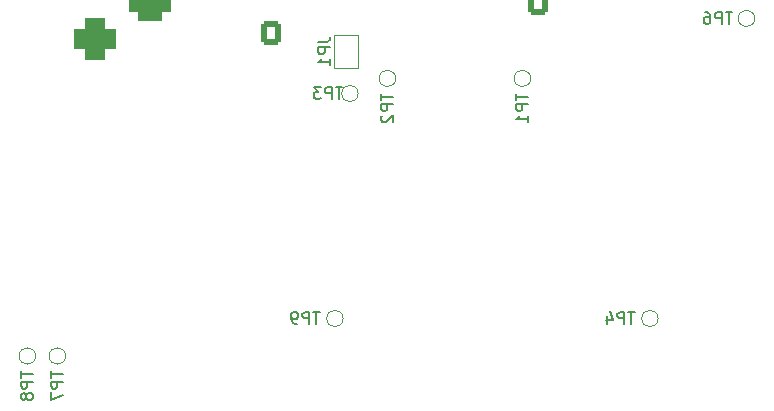
<source format=gbr>
%TF.GenerationSoftware,KiCad,Pcbnew,8.0.1*%
%TF.CreationDate,2024-09-06T12:01:45+09:00*%
%TF.ProjectId,raspcat,72617370-6361-4742-9e6b-696361645f70,rev?*%
%TF.SameCoordinates,Original*%
%TF.FileFunction,Legend,Bot*%
%TF.FilePolarity,Positive*%
%FSLAX46Y46*%
G04 Gerber Fmt 4.6, Leading zero omitted, Abs format (unit mm)*
G04 Created by KiCad (PCBNEW 8.0.1) date 2024-09-06 12:01:45*
%MOMM*%
%LPD*%
G01*
G04 APERTURE LIST*
G04 Aperture macros list*
%AMRoundRect*
0 Rectangle with rounded corners*
0 $1 Rounding radius*
0 $2 $3 $4 $5 $6 $7 $8 $9 X,Y pos of 4 corners*
0 Add a 4 corners polygon primitive as box body*
4,1,4,$2,$3,$4,$5,$6,$7,$8,$9,$2,$3,0*
0 Add four circle primitives for the rounded corners*
1,1,$1+$1,$2,$3*
1,1,$1+$1,$4,$5*
1,1,$1+$1,$6,$7*
1,1,$1+$1,$8,$9*
0 Add four rect primitives between the rounded corners*
20,1,$1+$1,$2,$3,$4,$5,0*
20,1,$1+$1,$4,$5,$6,$7,0*
20,1,$1+$1,$6,$7,$8,$9,0*
20,1,$1+$1,$8,$9,$2,$3,0*%
G04 Aperture macros list end*
%ADD10C,0.150000*%
%ADD11C,0.120000*%
%ADD12R,3.500000X3.500000*%
%ADD13RoundRect,0.750000X-1.000000X0.750000X-1.000000X-0.750000X1.000000X-0.750000X1.000000X0.750000X0*%
%ADD14RoundRect,0.875000X-0.875000X0.875000X-0.875000X-0.875000X0.875000X-0.875000X0.875000X0.875000X0*%
%ADD15RoundRect,0.250000X0.600000X0.750000X-0.600000X0.750000X-0.600000X-0.750000X0.600000X-0.750000X0*%
%ADD16O,1.700000X2.000000*%
%ADD17RoundRect,0.250000X0.600000X0.725000X-0.600000X0.725000X-0.600000X-0.725000X0.600000X-0.725000X0*%
%ADD18O,1.700000X1.950000*%
%ADD19RoundRect,0.250000X0.725000X-0.600000X0.725000X0.600000X-0.725000X0.600000X-0.725000X-0.600000X0*%
%ADD20O,1.950000X1.700000*%
%ADD21R,1.500000X2.300000*%
%ADD22O,1.500000X2.300000*%
%ADD23C,3.200000*%
%ADD24RoundRect,0.250000X-0.600000X-0.725000X0.600000X-0.725000X0.600000X0.725000X-0.600000X0.725000X0*%
%ADD25R,1.600000X1.600000*%
%ADD26C,1.600000*%
%ADD27C,2.300000*%
%ADD28R,1.600000X2.400000*%
%ADD29O,1.600000X2.400000*%
%ADD30O,1.700000X1.700000*%
%ADD31R,1.700000X1.700000*%
%ADD32RoundRect,0.250000X-0.600000X-0.750000X0.600000X-0.750000X0.600000X0.750000X-0.600000X0.750000X0*%
%ADD33C,1.000000*%
%ADD34R,1.500000X1.000000*%
G04 APERTURE END LIST*
D10*
X44314819Y54111905D02*
X44314819Y53540477D01*
X45314819Y53826191D02*
X44314819Y53826191D01*
X45314819Y53207143D02*
X44314819Y53207143D01*
X44314819Y53207143D02*
X44314819Y52826191D01*
X44314819Y52826191D02*
X44362438Y52730953D01*
X44362438Y52730953D02*
X44410057Y52683334D01*
X44410057Y52683334D02*
X44505295Y52635715D01*
X44505295Y52635715D02*
X44648152Y52635715D01*
X44648152Y52635715D02*
X44743390Y52683334D01*
X44743390Y52683334D02*
X44791009Y52730953D01*
X44791009Y52730953D02*
X44838628Y52826191D01*
X44838628Y52826191D02*
X44838628Y53207143D01*
X45314819Y51683334D02*
X45314819Y52254762D01*
X45314819Y51969048D02*
X44314819Y51969048D01*
X44314819Y51969048D02*
X44457676Y52064286D01*
X44457676Y52064286D02*
X44552914Y52159524D01*
X44552914Y52159524D02*
X44600533Y52254762D01*
X2404819Y30616905D02*
X2404819Y30045477D01*
X3404819Y30331191D02*
X2404819Y30331191D01*
X3404819Y29712143D02*
X2404819Y29712143D01*
X2404819Y29712143D02*
X2404819Y29331191D01*
X2404819Y29331191D02*
X2452438Y29235953D01*
X2452438Y29235953D02*
X2500057Y29188334D01*
X2500057Y29188334D02*
X2595295Y29140715D01*
X2595295Y29140715D02*
X2738152Y29140715D01*
X2738152Y29140715D02*
X2833390Y29188334D01*
X2833390Y29188334D02*
X2881009Y29235953D01*
X2881009Y29235953D02*
X2928628Y29331191D01*
X2928628Y29331191D02*
X2928628Y29712143D01*
X2833390Y28569286D02*
X2785771Y28664524D01*
X2785771Y28664524D02*
X2738152Y28712143D01*
X2738152Y28712143D02*
X2642914Y28759762D01*
X2642914Y28759762D02*
X2595295Y28759762D01*
X2595295Y28759762D02*
X2500057Y28712143D01*
X2500057Y28712143D02*
X2452438Y28664524D01*
X2452438Y28664524D02*
X2404819Y28569286D01*
X2404819Y28569286D02*
X2404819Y28378810D01*
X2404819Y28378810D02*
X2452438Y28283572D01*
X2452438Y28283572D02*
X2500057Y28235953D01*
X2500057Y28235953D02*
X2595295Y28188334D01*
X2595295Y28188334D02*
X2642914Y28188334D01*
X2642914Y28188334D02*
X2738152Y28235953D01*
X2738152Y28235953D02*
X2785771Y28283572D01*
X2785771Y28283572D02*
X2833390Y28378810D01*
X2833390Y28378810D02*
X2833390Y28569286D01*
X2833390Y28569286D02*
X2881009Y28664524D01*
X2881009Y28664524D02*
X2928628Y28712143D01*
X2928628Y28712143D02*
X3023866Y28759762D01*
X3023866Y28759762D02*
X3214342Y28759762D01*
X3214342Y28759762D02*
X3309580Y28712143D01*
X3309580Y28712143D02*
X3357200Y28664524D01*
X3357200Y28664524D02*
X3404819Y28569286D01*
X3404819Y28569286D02*
X3404819Y28378810D01*
X3404819Y28378810D02*
X3357200Y28283572D01*
X3357200Y28283572D02*
X3309580Y28235953D01*
X3309580Y28235953D02*
X3214342Y28188334D01*
X3214342Y28188334D02*
X3023866Y28188334D01*
X3023866Y28188334D02*
X2928628Y28235953D01*
X2928628Y28235953D02*
X2881009Y28283572D01*
X2881009Y28283572D02*
X2833390Y28378810D01*
X29611904Y54665181D02*
X29040476Y54665181D01*
X29326190Y53665181D02*
X29326190Y54665181D01*
X28707142Y53665181D02*
X28707142Y54665181D01*
X28707142Y54665181D02*
X28326190Y54665181D01*
X28326190Y54665181D02*
X28230952Y54617562D01*
X28230952Y54617562D02*
X28183333Y54569943D01*
X28183333Y54569943D02*
X28135714Y54474705D01*
X28135714Y54474705D02*
X28135714Y54331848D01*
X28135714Y54331848D02*
X28183333Y54236610D01*
X28183333Y54236610D02*
X28230952Y54188991D01*
X28230952Y54188991D02*
X28326190Y54141372D01*
X28326190Y54141372D02*
X28707142Y54141372D01*
X27802380Y54665181D02*
X27183333Y54665181D01*
X27183333Y54665181D02*
X27516666Y54284229D01*
X27516666Y54284229D02*
X27373809Y54284229D01*
X27373809Y54284229D02*
X27278571Y54236610D01*
X27278571Y54236610D02*
X27230952Y54188991D01*
X27230952Y54188991D02*
X27183333Y54093753D01*
X27183333Y54093753D02*
X27183333Y53855658D01*
X27183333Y53855658D02*
X27230952Y53760420D01*
X27230952Y53760420D02*
X27278571Y53712800D01*
X27278571Y53712800D02*
X27373809Y53665181D01*
X27373809Y53665181D02*
X27659523Y53665181D01*
X27659523Y53665181D02*
X27754761Y53712800D01*
X27754761Y53712800D02*
X27802380Y53760420D01*
X4944819Y30616905D02*
X4944819Y30045477D01*
X5944819Y30331191D02*
X4944819Y30331191D01*
X5944819Y29712143D02*
X4944819Y29712143D01*
X4944819Y29712143D02*
X4944819Y29331191D01*
X4944819Y29331191D02*
X4992438Y29235953D01*
X4992438Y29235953D02*
X5040057Y29188334D01*
X5040057Y29188334D02*
X5135295Y29140715D01*
X5135295Y29140715D02*
X5278152Y29140715D01*
X5278152Y29140715D02*
X5373390Y29188334D01*
X5373390Y29188334D02*
X5421009Y29235953D01*
X5421009Y29235953D02*
X5468628Y29331191D01*
X5468628Y29331191D02*
X5468628Y29712143D01*
X4944819Y28807381D02*
X4944819Y28140715D01*
X4944819Y28140715D02*
X5944819Y28569286D01*
X62631904Y61015181D02*
X62060476Y61015181D01*
X62346190Y60015181D02*
X62346190Y61015181D01*
X61727142Y60015181D02*
X61727142Y61015181D01*
X61727142Y61015181D02*
X61346190Y61015181D01*
X61346190Y61015181D02*
X61250952Y60967562D01*
X61250952Y60967562D02*
X61203333Y60919943D01*
X61203333Y60919943D02*
X61155714Y60824705D01*
X61155714Y60824705D02*
X61155714Y60681848D01*
X61155714Y60681848D02*
X61203333Y60586610D01*
X61203333Y60586610D02*
X61250952Y60538991D01*
X61250952Y60538991D02*
X61346190Y60491372D01*
X61346190Y60491372D02*
X61727142Y60491372D01*
X60298571Y61015181D02*
X60489047Y61015181D01*
X60489047Y61015181D02*
X60584285Y60967562D01*
X60584285Y60967562D02*
X60631904Y60919943D01*
X60631904Y60919943D02*
X60727142Y60777086D01*
X60727142Y60777086D02*
X60774761Y60586610D01*
X60774761Y60586610D02*
X60774761Y60205658D01*
X60774761Y60205658D02*
X60727142Y60110420D01*
X60727142Y60110420D02*
X60679523Y60062800D01*
X60679523Y60062800D02*
X60584285Y60015181D01*
X60584285Y60015181D02*
X60393809Y60015181D01*
X60393809Y60015181D02*
X60298571Y60062800D01*
X60298571Y60062800D02*
X60250952Y60110420D01*
X60250952Y60110420D02*
X60203333Y60205658D01*
X60203333Y60205658D02*
X60203333Y60443753D01*
X60203333Y60443753D02*
X60250952Y60538991D01*
X60250952Y60538991D02*
X60298571Y60586610D01*
X60298571Y60586610D02*
X60393809Y60634229D01*
X60393809Y60634229D02*
X60584285Y60634229D01*
X60584285Y60634229D02*
X60679523Y60586610D01*
X60679523Y60586610D02*
X60727142Y60538991D01*
X60727142Y60538991D02*
X60774761Y60443753D01*
X54376904Y35615181D02*
X53805476Y35615181D01*
X54091190Y34615181D02*
X54091190Y35615181D01*
X53472142Y34615181D02*
X53472142Y35615181D01*
X53472142Y35615181D02*
X53091190Y35615181D01*
X53091190Y35615181D02*
X52995952Y35567562D01*
X52995952Y35567562D02*
X52948333Y35519943D01*
X52948333Y35519943D02*
X52900714Y35424705D01*
X52900714Y35424705D02*
X52900714Y35281848D01*
X52900714Y35281848D02*
X52948333Y35186610D01*
X52948333Y35186610D02*
X52995952Y35138991D01*
X52995952Y35138991D02*
X53091190Y35091372D01*
X53091190Y35091372D02*
X53472142Y35091372D01*
X52043571Y35281848D02*
X52043571Y34615181D01*
X52281666Y35662800D02*
X52519761Y34948515D01*
X52519761Y34948515D02*
X51900714Y34948515D01*
X27584819Y58494334D02*
X28299104Y58494334D01*
X28299104Y58494334D02*
X28441961Y58541953D01*
X28441961Y58541953D02*
X28537200Y58637191D01*
X28537200Y58637191D02*
X28584819Y58780048D01*
X28584819Y58780048D02*
X28584819Y58875286D01*
X28584819Y58018143D02*
X27584819Y58018143D01*
X27584819Y58018143D02*
X27584819Y57637191D01*
X27584819Y57637191D02*
X27632438Y57541953D01*
X27632438Y57541953D02*
X27680057Y57494334D01*
X27680057Y57494334D02*
X27775295Y57446715D01*
X27775295Y57446715D02*
X27918152Y57446715D01*
X27918152Y57446715D02*
X28013390Y57494334D01*
X28013390Y57494334D02*
X28061009Y57541953D01*
X28061009Y57541953D02*
X28108628Y57637191D01*
X28108628Y57637191D02*
X28108628Y58018143D01*
X28584819Y56494334D02*
X28584819Y57065762D01*
X28584819Y56780048D02*
X27584819Y56780048D01*
X27584819Y56780048D02*
X27727676Y56875286D01*
X27727676Y56875286D02*
X27822914Y56970524D01*
X27822914Y56970524D02*
X27870533Y57065762D01*
X27706904Y35615181D02*
X27135476Y35615181D01*
X27421190Y34615181D02*
X27421190Y35615181D01*
X26802142Y34615181D02*
X26802142Y35615181D01*
X26802142Y35615181D02*
X26421190Y35615181D01*
X26421190Y35615181D02*
X26325952Y35567562D01*
X26325952Y35567562D02*
X26278333Y35519943D01*
X26278333Y35519943D02*
X26230714Y35424705D01*
X26230714Y35424705D02*
X26230714Y35281848D01*
X26230714Y35281848D02*
X26278333Y35186610D01*
X26278333Y35186610D02*
X26325952Y35138991D01*
X26325952Y35138991D02*
X26421190Y35091372D01*
X26421190Y35091372D02*
X26802142Y35091372D01*
X25754523Y34615181D02*
X25564047Y34615181D01*
X25564047Y34615181D02*
X25468809Y34662800D01*
X25468809Y34662800D02*
X25421190Y34710420D01*
X25421190Y34710420D02*
X25325952Y34853277D01*
X25325952Y34853277D02*
X25278333Y35043753D01*
X25278333Y35043753D02*
X25278333Y35424705D01*
X25278333Y35424705D02*
X25325952Y35519943D01*
X25325952Y35519943D02*
X25373571Y35567562D01*
X25373571Y35567562D02*
X25468809Y35615181D01*
X25468809Y35615181D02*
X25659285Y35615181D01*
X25659285Y35615181D02*
X25754523Y35567562D01*
X25754523Y35567562D02*
X25802142Y35519943D01*
X25802142Y35519943D02*
X25849761Y35424705D01*
X25849761Y35424705D02*
X25849761Y35186610D01*
X25849761Y35186610D02*
X25802142Y35091372D01*
X25802142Y35091372D02*
X25754523Y35043753D01*
X25754523Y35043753D02*
X25659285Y34996134D01*
X25659285Y34996134D02*
X25468809Y34996134D01*
X25468809Y34996134D02*
X25373571Y35043753D01*
X25373571Y35043753D02*
X25325952Y35091372D01*
X25325952Y35091372D02*
X25278333Y35186610D01*
X32884819Y54111905D02*
X32884819Y53540477D01*
X33884819Y53826191D02*
X32884819Y53826191D01*
X33884819Y53207143D02*
X32884819Y53207143D01*
X32884819Y53207143D02*
X32884819Y52826191D01*
X32884819Y52826191D02*
X32932438Y52730953D01*
X32932438Y52730953D02*
X32980057Y52683334D01*
X32980057Y52683334D02*
X33075295Y52635715D01*
X33075295Y52635715D02*
X33218152Y52635715D01*
X33218152Y52635715D02*
X33313390Y52683334D01*
X33313390Y52683334D02*
X33361009Y52730953D01*
X33361009Y52730953D02*
X33408628Y52826191D01*
X33408628Y52826191D02*
X33408628Y53207143D01*
X32980057Y52254762D02*
X32932438Y52207143D01*
X32932438Y52207143D02*
X32884819Y52111905D01*
X32884819Y52111905D02*
X32884819Y51873810D01*
X32884819Y51873810D02*
X32932438Y51778572D01*
X32932438Y51778572D02*
X32980057Y51730953D01*
X32980057Y51730953D02*
X33075295Y51683334D01*
X33075295Y51683334D02*
X33170533Y51683334D01*
X33170533Y51683334D02*
X33313390Y51730953D01*
X33313390Y51730953D02*
X33884819Y52302381D01*
X33884819Y52302381D02*
X33884819Y51683334D01*
D11*
%TO.C,TP1*%
X45560000Y55390000D02*
G75*
G02*
X44160000Y55390000I-700000J0D01*
G01*
X44160000Y55390000D02*
G75*
G02*
X45560000Y55390000I700000J0D01*
G01*
%TO.C,TP8*%
X3650000Y31895000D02*
G75*
G02*
X2250000Y31895000I-700000J0D01*
G01*
X2250000Y31895000D02*
G75*
G02*
X3650000Y31895000I700000J0D01*
G01*
%TO.C,TP3*%
X30955000Y54120000D02*
G75*
G02*
X29555000Y54120000I-700000J0D01*
G01*
X29555000Y54120000D02*
G75*
G02*
X30955000Y54120000I700000J0D01*
G01*
%TO.C,TP7*%
X6190000Y31895000D02*
G75*
G02*
X4790000Y31895000I-700000J0D01*
G01*
X4790000Y31895000D02*
G75*
G02*
X6190000Y31895000I700000J0D01*
G01*
%TO.C,TP6*%
X64529000Y60470000D02*
G75*
G02*
X63129000Y60470000I-700000J0D01*
G01*
X63129000Y60470000D02*
G75*
G02*
X64529000Y60470000I700000J0D01*
G01*
%TO.C,TP4*%
X56355000Y35070000D02*
G75*
G02*
X54955000Y35070000I-700000J0D01*
G01*
X54955000Y35070000D02*
G75*
G02*
X56355000Y35070000I700000J0D01*
G01*
%TO.C,JP1*%
X28930000Y59061000D02*
X30930000Y59061000D01*
X28930000Y56261000D02*
X28930000Y59061000D01*
X30930000Y59061000D02*
X30930000Y56261000D01*
X30930000Y56261000D02*
X28930000Y56261000D01*
%TO.C,TP9*%
X29685000Y35070000D02*
G75*
G02*
X28285000Y35070000I-700000J0D01*
G01*
X28285000Y35070000D02*
G75*
G02*
X29685000Y35070000I700000J0D01*
G01*
%TO.C,TP2*%
X34130000Y55390000D02*
G75*
G02*
X32730000Y55390000I-700000J0D01*
G01*
X32730000Y55390000D02*
G75*
G02*
X34130000Y55390000I700000J0D01*
G01*
%TD*%
%LPC*%
D12*
%TO.C,J1*%
X13365000Y55740000D03*
D13*
X13365000Y61740000D03*
D14*
X8665000Y58740000D03*
%TD*%
D15*
%TO.C,J2*%
X23611000Y59200000D03*
D16*
X21111000Y59200000D03*
%TD*%
D17*
%TO.C,J9*%
X22000000Y4590000D03*
D18*
X19500000Y4590000D03*
X17000000Y4590000D03*
X14500000Y4590000D03*
X12000000Y4590000D03*
%TD*%
D19*
%TO.C,J5*%
X4220000Y15385000D03*
D20*
X4220000Y17885000D03*
X4220000Y20385000D03*
%TD*%
D21*
%TO.C,U1*%
X41685000Y55390000D03*
D22*
X39145000Y55390000D03*
X36605000Y55390000D03*
%TD*%
D23*
%TO.C,H3*%
X65000000Y5000000D03*
%TD*%
%TO.C,H4*%
X65000000Y65000000D03*
%TD*%
%TO.C,H1*%
X5000000Y5000000D03*
%TD*%
%TO.C,H2*%
X5000000Y65000000D03*
%TD*%
D24*
%TO.C,J4*%
X38550000Y17925000D03*
D18*
X41050000Y17925000D03*
X43550000Y17925000D03*
X46050000Y17925000D03*
X48550000Y17925000D03*
X51050000Y17925000D03*
X53550000Y17925000D03*
X56050000Y17925000D03*
%TD*%
D24*
%TO.C,J3*%
X38550000Y10830000D03*
D18*
X41050000Y10830000D03*
X43550000Y10830000D03*
X46050000Y10830000D03*
X48550000Y10830000D03*
X51050000Y10830000D03*
X53550000Y10830000D03*
X56050000Y10830000D03*
%TD*%
D25*
%TO.C,C1*%
X29620000Y61740000D03*
D26*
X33120000Y61740000D03*
%TD*%
D27*
%TO.C,F1*%
X5211000Y50310000D03*
X9811000Y50310000D03*
X21111000Y50310000D03*
X25711000Y50310000D03*
%TD*%
D28*
%TO.C,U5*%
X33430000Y21100000D03*
D29*
X30890000Y21100000D03*
X28350000Y21100000D03*
X25810000Y21100000D03*
X23270000Y21100000D03*
X20730000Y21100000D03*
X18190000Y21100000D03*
X15650000Y21100000D03*
X15650000Y13480000D03*
X18190000Y13480000D03*
X20730000Y13480000D03*
X23270000Y13480000D03*
X25810000Y13480000D03*
X28350000Y13480000D03*
X30890000Y13480000D03*
X33430000Y13480000D03*
%TD*%
D30*
%TO.C,U2*%
X2950000Y26110000D03*
X5490000Y26110000D03*
D31*
X8030000Y26110000D03*
D30*
X10570000Y26110000D03*
X13110000Y26110000D03*
X15650000Y26110000D03*
X18190000Y26110000D03*
D31*
X20730000Y26110000D03*
D30*
X23270000Y26110000D03*
X25810000Y26110000D03*
X28350000Y26110000D03*
X30890000Y26110000D03*
D31*
X33430000Y26110000D03*
D30*
X35970000Y26110000D03*
X38510000Y26110000D03*
X41050000Y26110000D03*
X43590000Y26110000D03*
D31*
X46130000Y26110000D03*
D30*
X48670000Y26110000D03*
X51210000Y26110000D03*
X51210000Y43890000D03*
X48670000Y43890000D03*
D31*
X46130000Y43890000D03*
D30*
X43590000Y43890000D03*
X41050000Y43890000D03*
X38510000Y43890000D03*
X35970000Y43890000D03*
D31*
X33430000Y43890000D03*
D30*
X30890000Y43890000D03*
X28350000Y43890000D03*
X25810000Y43890000D03*
X23270000Y43890000D03*
D31*
X20730000Y43890000D03*
D30*
X18190000Y43890000D03*
X15650000Y43890000D03*
X13110000Y43890000D03*
X10570000Y43890000D03*
D31*
X8030000Y43890000D03*
D30*
X5490000Y43890000D03*
X2950000Y43890000D03*
%TD*%
D24*
%TO.C,J8*%
X46210000Y61740000D03*
D18*
X48710000Y61740000D03*
X51210000Y61740000D03*
%TD*%
D32*
%TO.C,J6*%
X38550000Y3955000D03*
D16*
X41050000Y3955000D03*
%TD*%
D33*
%TO.C,TP1*%
X44860000Y55390000D03*
%TD*%
%TO.C,TP8*%
X2950000Y31895000D03*
%TD*%
%TO.C,TP3*%
X30255000Y54120000D03*
%TD*%
%TO.C,TP7*%
X5490000Y31895000D03*
%TD*%
%TO.C,TP6*%
X63829000Y60470000D03*
%TD*%
%TO.C,TP4*%
X55655000Y35070000D03*
%TD*%
D34*
%TO.C,JP1*%
X29930000Y58311000D03*
X29930000Y57011000D03*
%TD*%
D33*
%TO.C,TP9*%
X28985000Y35070000D03*
%TD*%
%TO.C,TP2*%
X33430000Y55390000D03*
%TD*%
%LPD*%
M02*

</source>
